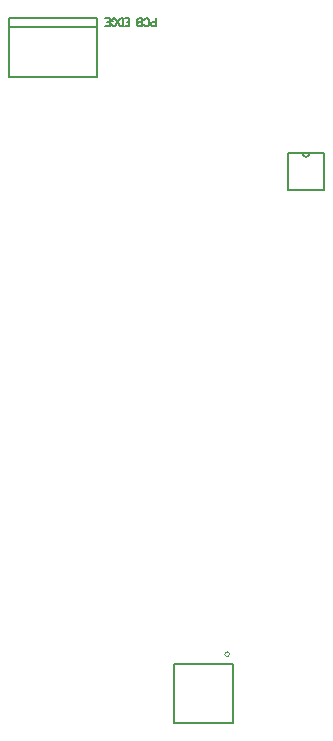
<source format=gm1>
G04 Layer_Color=16711935*
%FSLAX25Y25*%
%MOIN*%
G70*
G01*
G75*
%ADD53C,0.00500*%
%ADD57C,0.00000*%
%ADD58C,0.00600*%
D53*
X66292Y84871D02*
Y104556D01*
X85977Y84871D02*
Y104556D01*
X66292Y84871D02*
X85977D01*
X66292Y104556D02*
X85977D01*
X11273Y299912D02*
X40800D01*
X11273Y319597D02*
X40800D01*
Y316841D02*
Y319597D01*
Y299912D02*
Y316841D01*
X11273D02*
Y319597D01*
Y299912D02*
Y316841D01*
X40800D01*
X60409Y318384D02*
X59338D01*
X58981Y318265D01*
X58862Y318146D01*
X58743Y317908D01*
Y317551D01*
X58862Y317313D01*
X58981Y317194D01*
X59338Y317074D01*
X60409D01*
Y319574D01*
X56398Y317670D02*
X56517Y317432D01*
X56755Y317194D01*
X56994Y317074D01*
X57470D01*
X57708Y317194D01*
X57946Y317432D01*
X58065Y317670D01*
X58184Y318027D01*
Y318622D01*
X58065Y318979D01*
X57946Y319217D01*
X57708Y319455D01*
X57470Y319574D01*
X56994D01*
X56755Y319455D01*
X56517Y319217D01*
X56398Y318979D01*
X55696Y317074D02*
Y319574D01*
Y317074D02*
X54625D01*
X54268Y317194D01*
X54149Y317313D01*
X54030Y317551D01*
Y317789D01*
X54149Y318027D01*
X54268Y318146D01*
X54625Y318265D01*
X55696D02*
X54625D01*
X54268Y318384D01*
X54149Y318503D01*
X54030Y318741D01*
Y319098D01*
X54149Y319336D01*
X54268Y319455D01*
X54625Y319574D01*
X55696D01*
X49959Y317074D02*
X51507D01*
Y319574D01*
X49959D01*
X51507Y318265D02*
X50554D01*
X49543Y317074D02*
Y319574D01*
Y317074D02*
X48710D01*
X48353Y317194D01*
X48114Y317432D01*
X47995Y317670D01*
X47876Y318027D01*
Y318622D01*
X47995Y318979D01*
X48114Y319217D01*
X48353Y319455D01*
X48710Y319574D01*
X49543D01*
X45532Y317670D02*
X45651Y317432D01*
X45889Y317194D01*
X46127Y317074D01*
X46603D01*
X46841Y317194D01*
X47079Y317432D01*
X47198Y317670D01*
X47317Y318027D01*
Y318622D01*
X47198Y318979D01*
X47079Y319217D01*
X46841Y319455D01*
X46603Y319574D01*
X46127D01*
X45889Y319455D01*
X45651Y319217D01*
X45532Y318979D01*
Y318622D01*
X46127D02*
X45532D01*
X43413Y317074D02*
X44960D01*
Y319574D01*
X43413D01*
X44960Y318265D02*
X44008D01*
D57*
X84875Y107686D02*
G03*
X84875Y107686I-787J0D01*
G01*
D58*
X109157Y274700D02*
G03*
X111557Y274700I1200J0D01*
G01*
X104257Y262500D02*
Y274700D01*
X109157D01*
X111557D01*
X116457D01*
Y262500D02*
Y274700D01*
X104257Y262500D02*
X116457D01*
M02*

</source>
